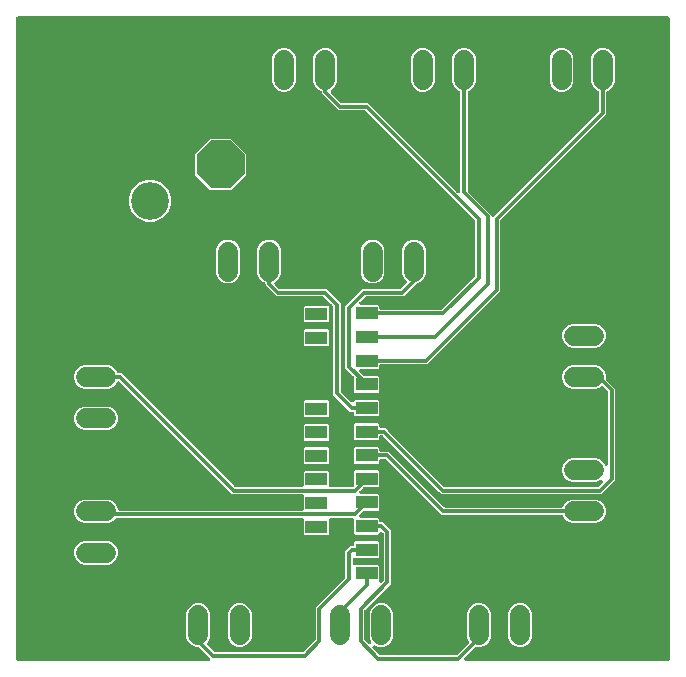
<source format=gbr>
G04 EAGLE Gerber RS-274X export*
G75*
%MOMM*%
%FSLAX34Y34*%
%LPD*%
%INBottom Copper*%
%IPPOS*%
%AMOC8*
5,1,8,0,0,1.08239X$1,22.5*%
G01*
%ADD10C,6.999988*%
%ADD11R,1.830000X1.120000*%
%ADD12P,4.346878X8X112.500000*%
%ADD13C,3.200400*%
%ADD14C,1.700000*%
%ADD15C,1.006400*%
%ADD16C,0.304800*%

G36*
X-115952Y-270369D02*
X-115952Y-270369D01*
X-115852Y-270367D01*
X-115780Y-270349D01*
X-115706Y-270340D01*
X-115611Y-270306D01*
X-115514Y-270282D01*
X-115448Y-270248D01*
X-115378Y-270223D01*
X-115293Y-270168D01*
X-115204Y-270122D01*
X-115147Y-270074D01*
X-115085Y-270034D01*
X-115015Y-269962D01*
X-114938Y-269896D01*
X-114894Y-269837D01*
X-114843Y-269783D01*
X-114791Y-269697D01*
X-114731Y-269616D01*
X-114702Y-269548D01*
X-114664Y-269484D01*
X-114633Y-269388D01*
X-114593Y-269296D01*
X-114580Y-269223D01*
X-114557Y-269152D01*
X-114549Y-269052D01*
X-114532Y-268953D01*
X-114535Y-268879D01*
X-114529Y-268805D01*
X-114544Y-268705D01*
X-114550Y-268605D01*
X-114570Y-268534D01*
X-114581Y-268460D01*
X-114618Y-268367D01*
X-114646Y-268270D01*
X-114682Y-268205D01*
X-114710Y-268136D01*
X-114767Y-268054D01*
X-114816Y-267966D01*
X-114881Y-267890D01*
X-114909Y-267850D01*
X-114935Y-267826D01*
X-114975Y-267780D01*
X-115635Y-267120D01*
X-123481Y-259274D01*
X-123580Y-259195D01*
X-123674Y-259111D01*
X-123716Y-259087D01*
X-123754Y-259057D01*
X-123868Y-259003D01*
X-123979Y-258942D01*
X-124025Y-258929D01*
X-124069Y-258908D01*
X-124192Y-258882D01*
X-124314Y-258847D01*
X-124375Y-258842D01*
X-124410Y-258835D01*
X-124458Y-258836D01*
X-124558Y-258828D01*
X-126634Y-258828D01*
X-130319Y-257301D01*
X-133139Y-254481D01*
X-134665Y-250797D01*
X-134665Y-229809D01*
X-133139Y-226124D01*
X-130319Y-223304D01*
X-126634Y-221778D01*
X-122646Y-221778D01*
X-118961Y-223304D01*
X-116142Y-226124D01*
X-114615Y-229809D01*
X-114615Y-250797D01*
X-116142Y-254481D01*
X-116819Y-255159D01*
X-116835Y-255179D01*
X-116855Y-255196D01*
X-116943Y-255315D01*
X-117035Y-255432D01*
X-117046Y-255455D01*
X-117062Y-255476D01*
X-117121Y-255612D01*
X-117184Y-255747D01*
X-117190Y-255772D01*
X-117200Y-255796D01*
X-117226Y-255942D01*
X-117258Y-256087D01*
X-117257Y-256113D01*
X-117262Y-256139D01*
X-117254Y-256288D01*
X-117252Y-256436D01*
X-117245Y-256461D01*
X-117244Y-256487D01*
X-117203Y-256630D01*
X-117167Y-256774D01*
X-117155Y-256797D01*
X-117147Y-256822D01*
X-117075Y-256952D01*
X-117007Y-257084D01*
X-116990Y-257104D01*
X-116977Y-257126D01*
X-116819Y-257313D01*
X-111323Y-262808D01*
X-111224Y-262887D01*
X-111131Y-262971D01*
X-111088Y-262995D01*
X-111050Y-263025D01*
X-110936Y-263079D01*
X-110825Y-263140D01*
X-110779Y-263153D01*
X-110735Y-263174D01*
X-110612Y-263200D01*
X-110490Y-263235D01*
X-110429Y-263239D01*
X-110395Y-263247D01*
X-110347Y-263246D01*
X-110246Y-263254D01*
X-36534Y-263254D01*
X-36408Y-263240D01*
X-36282Y-263233D01*
X-36236Y-263220D01*
X-36188Y-263214D01*
X-36069Y-263172D01*
X-35947Y-263137D01*
X-35905Y-263113D01*
X-35860Y-263097D01*
X-35753Y-263028D01*
X-35643Y-262966D01*
X-35597Y-262927D01*
X-35567Y-262908D01*
X-35533Y-262873D01*
X-35457Y-262808D01*
X-25635Y-252986D01*
X-25556Y-252887D01*
X-25472Y-252793D01*
X-25448Y-252751D01*
X-25418Y-252713D01*
X-25364Y-252599D01*
X-25303Y-252488D01*
X-25290Y-252442D01*
X-25269Y-252398D01*
X-25243Y-252275D01*
X-25208Y-252153D01*
X-25204Y-252092D01*
X-25196Y-252057D01*
X-25197Y-252009D01*
X-25189Y-251909D01*
X-25189Y-225040D01*
X-635Y-200486D01*
X-556Y-200387D01*
X-472Y-200293D01*
X-448Y-200251D01*
X-418Y-200213D01*
X-364Y-200099D01*
X-303Y-199988D01*
X-290Y-199942D01*
X-269Y-199898D01*
X-243Y-199775D01*
X-208Y-199653D01*
X-204Y-199592D01*
X-196Y-199557D01*
X-197Y-199509D01*
X-189Y-199409D01*
X-189Y-177490D01*
X2043Y-175258D01*
X4097Y-173204D01*
X5662Y-173204D01*
X5688Y-173201D01*
X5714Y-173203D01*
X5861Y-173181D01*
X6008Y-173164D01*
X6033Y-173155D01*
X6059Y-173152D01*
X6197Y-173097D01*
X6336Y-173047D01*
X6358Y-173033D01*
X6383Y-173023D01*
X6504Y-172938D01*
X6629Y-172858D01*
X6647Y-172839D01*
X6669Y-172824D01*
X6768Y-172714D01*
X6871Y-172607D01*
X6885Y-172585D01*
X6902Y-172565D01*
X6974Y-172435D01*
X7050Y-172308D01*
X7058Y-172283D01*
X7071Y-172260D01*
X7111Y-172117D01*
X7156Y-171976D01*
X7158Y-171950D01*
X7166Y-171925D01*
X7185Y-171681D01*
X7185Y-170021D01*
X8078Y-169128D01*
X27641Y-169128D01*
X28535Y-170021D01*
X28535Y-182484D01*
X27641Y-183378D01*
X7619Y-183378D01*
X7582Y-183369D01*
X7480Y-183371D01*
X7380Y-183363D01*
X7307Y-183374D01*
X7233Y-183375D01*
X7135Y-183400D01*
X7035Y-183415D01*
X6967Y-183442D01*
X6895Y-183460D01*
X6805Y-183506D01*
X6711Y-183543D01*
X6651Y-183585D01*
X6585Y-183619D01*
X6508Y-183685D01*
X6425Y-183742D01*
X6376Y-183797D01*
X6320Y-183845D01*
X6259Y-183926D01*
X6192Y-184001D01*
X6156Y-184066D01*
X6112Y-184125D01*
X6072Y-184218D01*
X6023Y-184306D01*
X6003Y-184377D01*
X5974Y-184445D01*
X5956Y-184544D01*
X5928Y-184642D01*
X5920Y-184741D01*
X5912Y-184788D01*
X5914Y-184824D01*
X5909Y-184885D01*
X5909Y-187670D01*
X5920Y-187771D01*
X5922Y-187872D01*
X5940Y-187944D01*
X5949Y-188017D01*
X5983Y-188112D01*
X6007Y-188210D01*
X6041Y-188275D01*
X6066Y-188345D01*
X6121Y-188430D01*
X6167Y-188520D01*
X6215Y-188576D01*
X6255Y-188638D01*
X6328Y-188708D01*
X6393Y-188785D01*
X6453Y-188829D01*
X6506Y-188880D01*
X6593Y-188932D01*
X6674Y-188992D01*
X6742Y-189021D01*
X6805Y-189059D01*
X6901Y-189089D01*
X6994Y-189129D01*
X7067Y-189142D01*
X7137Y-189165D01*
X7237Y-189173D01*
X7337Y-189191D01*
X7411Y-189187D01*
X7484Y-189193D01*
X7582Y-189178D01*
X27641Y-189178D01*
X28535Y-190071D01*
X28535Y-202639D01*
X28546Y-202739D01*
X28548Y-202839D01*
X28566Y-202911D01*
X28575Y-202985D01*
X28608Y-203080D01*
X28633Y-203177D01*
X28667Y-203243D01*
X28692Y-203313D01*
X28747Y-203398D01*
X28793Y-203487D01*
X28841Y-203544D01*
X28881Y-203606D01*
X28953Y-203676D01*
X29018Y-203753D01*
X29078Y-203797D01*
X29132Y-203848D01*
X29218Y-203900D01*
X29299Y-203960D01*
X29367Y-203989D01*
X29431Y-204027D01*
X29526Y-204058D01*
X29619Y-204098D01*
X29692Y-204111D01*
X29763Y-204134D01*
X29863Y-204142D01*
X29962Y-204159D01*
X30036Y-204156D01*
X30110Y-204161D01*
X30209Y-204147D01*
X30310Y-204141D01*
X30381Y-204121D01*
X30455Y-204110D01*
X30548Y-204073D01*
X30645Y-204045D01*
X30709Y-204009D01*
X30779Y-203981D01*
X30861Y-203924D01*
X30949Y-203875D01*
X31025Y-203810D01*
X31065Y-203782D01*
X31089Y-203756D01*
X31135Y-203716D01*
X31865Y-202986D01*
X31944Y-202887D01*
X32028Y-202793D01*
X32052Y-202751D01*
X32082Y-202713D01*
X32136Y-202599D01*
X32197Y-202488D01*
X32210Y-202442D01*
X32231Y-202398D01*
X32257Y-202275D01*
X32292Y-202153D01*
X32296Y-202092D01*
X32304Y-202057D01*
X32303Y-202009D01*
X32311Y-201909D01*
X32311Y-163197D01*
X32297Y-163071D01*
X32290Y-162945D01*
X32277Y-162898D01*
X32271Y-162850D01*
X32229Y-162732D01*
X32194Y-162610D01*
X32170Y-162568D01*
X32154Y-162522D01*
X32085Y-162416D01*
X32024Y-162306D01*
X31984Y-162260D01*
X31965Y-162230D01*
X31930Y-162196D01*
X31865Y-162120D01*
X31135Y-161390D01*
X31056Y-161327D01*
X30984Y-161257D01*
X30920Y-161219D01*
X30862Y-161173D01*
X30771Y-161130D01*
X30685Y-161078D01*
X30614Y-161056D01*
X30547Y-161024D01*
X30449Y-161003D01*
X30353Y-160972D01*
X30279Y-160966D01*
X30206Y-160951D01*
X30106Y-160952D01*
X30006Y-160944D01*
X29932Y-160955D01*
X29858Y-160957D01*
X29761Y-160981D01*
X29661Y-160996D01*
X29592Y-161023D01*
X29520Y-161042D01*
X29430Y-161088D01*
X29337Y-161125D01*
X29276Y-161167D01*
X29210Y-161201D01*
X29133Y-161266D01*
X29051Y-161324D01*
X29001Y-161379D01*
X28945Y-161427D01*
X28885Y-161508D01*
X28818Y-161582D01*
X28782Y-161648D01*
X28737Y-161707D01*
X28698Y-161799D01*
X28649Y-161887D01*
X28629Y-161959D01*
X28599Y-162027D01*
X28582Y-162126D01*
X28554Y-162223D01*
X28546Y-162323D01*
X28538Y-162370D01*
X28540Y-162406D01*
X28535Y-162467D01*
X28535Y-162484D01*
X27641Y-163378D01*
X8078Y-163378D01*
X7185Y-162484D01*
X7185Y-150875D01*
X7182Y-150849D01*
X7184Y-150823D01*
X7162Y-150676D01*
X7145Y-150529D01*
X7136Y-150504D01*
X7133Y-150478D01*
X7078Y-150340D01*
X7028Y-150201D01*
X7014Y-150178D01*
X7004Y-150154D01*
X6919Y-150033D01*
X6839Y-149908D01*
X6820Y-149889D01*
X6805Y-149868D01*
X6695Y-149769D01*
X6588Y-149666D01*
X6566Y-149652D01*
X6546Y-149635D01*
X6416Y-149563D01*
X6289Y-149487D01*
X6264Y-149479D01*
X6241Y-149466D01*
X6098Y-149426D01*
X5957Y-149380D01*
X5931Y-149378D01*
X5906Y-149371D01*
X5662Y-149352D01*
X-12442Y-149352D01*
X-12468Y-149355D01*
X-12494Y-149353D01*
X-12641Y-149375D01*
X-12788Y-149391D01*
X-12813Y-149400D01*
X-12839Y-149404D01*
X-12977Y-149459D01*
X-13116Y-149509D01*
X-13139Y-149523D01*
X-13163Y-149533D01*
X-13284Y-149617D01*
X-13409Y-149698D01*
X-13428Y-149717D01*
X-13449Y-149732D01*
X-13548Y-149842D01*
X-13651Y-149949D01*
X-13665Y-149971D01*
X-13682Y-149991D01*
X-13754Y-150121D01*
X-13830Y-150248D01*
X-13838Y-150273D01*
X-13851Y-150296D01*
X-13891Y-150439D01*
X-13936Y-150580D01*
X-13939Y-150606D01*
X-13946Y-150631D01*
X-13965Y-150875D01*
X-13965Y-162984D01*
X-14859Y-163878D01*
X-34422Y-163878D01*
X-35315Y-162984D01*
X-35315Y-150875D01*
X-35318Y-150849D01*
X-35316Y-150823D01*
X-35338Y-150676D01*
X-35355Y-150529D01*
X-35364Y-150504D01*
X-35367Y-150478D01*
X-35422Y-150340D01*
X-35472Y-150201D01*
X-35486Y-150178D01*
X-35496Y-150154D01*
X-35581Y-150033D01*
X-35661Y-149908D01*
X-35680Y-149889D01*
X-35695Y-149868D01*
X-35805Y-149769D01*
X-35912Y-149666D01*
X-35934Y-149652D01*
X-35954Y-149635D01*
X-36084Y-149563D01*
X-36211Y-149487D01*
X-36236Y-149479D01*
X-36259Y-149466D01*
X-36402Y-149426D01*
X-36543Y-149380D01*
X-36569Y-149378D01*
X-36594Y-149371D01*
X-36838Y-149352D01*
X-193381Y-149352D01*
X-193506Y-149366D01*
X-193633Y-149373D01*
X-193679Y-149386D01*
X-193727Y-149391D01*
X-193846Y-149434D01*
X-193967Y-149469D01*
X-194010Y-149493D01*
X-194055Y-149509D01*
X-194161Y-149578D01*
X-194272Y-149639D01*
X-194318Y-149679D01*
X-194348Y-149698D01*
X-194381Y-149733D01*
X-194458Y-149798D01*
X-196961Y-152301D01*
X-200646Y-153828D01*
X-221634Y-153828D01*
X-225319Y-152301D01*
X-228139Y-149481D01*
X-229665Y-145797D01*
X-229665Y-141809D01*
X-228139Y-138124D01*
X-225319Y-135304D01*
X-221634Y-133778D01*
X-200646Y-133778D01*
X-196961Y-135304D01*
X-194142Y-138124D01*
X-192608Y-141827D01*
X-192592Y-141930D01*
X-192575Y-142077D01*
X-192567Y-142102D01*
X-192563Y-142128D01*
X-192508Y-142266D01*
X-192458Y-142405D01*
X-192444Y-142427D01*
X-192434Y-142452D01*
X-192350Y-142573D01*
X-192269Y-142698D01*
X-192250Y-142716D01*
X-192235Y-142738D01*
X-192125Y-142837D01*
X-192018Y-142940D01*
X-191996Y-142954D01*
X-191976Y-142971D01*
X-191846Y-143043D01*
X-191719Y-143119D01*
X-191694Y-143127D01*
X-191671Y-143140D01*
X-191528Y-143180D01*
X-191387Y-143225D01*
X-191361Y-143227D01*
X-191336Y-143235D01*
X-191092Y-143254D01*
X-36838Y-143254D01*
X-36812Y-143251D01*
X-36786Y-143253D01*
X-36639Y-143231D01*
X-36492Y-143214D01*
X-36467Y-143205D01*
X-36441Y-143202D01*
X-36303Y-143147D01*
X-36164Y-143097D01*
X-36142Y-143083D01*
X-36117Y-143073D01*
X-35996Y-142988D01*
X-35871Y-142908D01*
X-35853Y-142889D01*
X-35831Y-142874D01*
X-35732Y-142764D01*
X-35629Y-142657D01*
X-35615Y-142635D01*
X-35598Y-142615D01*
X-35526Y-142485D01*
X-35450Y-142358D01*
X-35442Y-142333D01*
X-35429Y-142310D01*
X-35389Y-142167D01*
X-35344Y-142026D01*
X-35342Y-142000D01*
X-35334Y-141975D01*
X-35315Y-141731D01*
X-35315Y-130875D01*
X-35318Y-130849D01*
X-35316Y-130823D01*
X-35338Y-130676D01*
X-35355Y-130529D01*
X-35364Y-130504D01*
X-35367Y-130478D01*
X-35422Y-130340D01*
X-35472Y-130201D01*
X-35486Y-130178D01*
X-35496Y-130154D01*
X-35581Y-130033D01*
X-35661Y-129908D01*
X-35680Y-129889D01*
X-35695Y-129868D01*
X-35805Y-129769D01*
X-35912Y-129666D01*
X-35934Y-129652D01*
X-35954Y-129635D01*
X-36084Y-129563D01*
X-36211Y-129487D01*
X-36236Y-129479D01*
X-36259Y-129466D01*
X-36402Y-129426D01*
X-36543Y-129380D01*
X-36569Y-129378D01*
X-36594Y-129371D01*
X-36838Y-129352D01*
X-95903Y-129352D01*
X-98135Y-127120D01*
X-191177Y-34078D01*
X-191295Y-33984D01*
X-191409Y-33887D01*
X-191431Y-33876D01*
X-191450Y-33861D01*
X-191586Y-33797D01*
X-191720Y-33728D01*
X-191743Y-33722D01*
X-191765Y-33712D01*
X-191912Y-33681D01*
X-192058Y-33644D01*
X-192082Y-33644D01*
X-192106Y-33639D01*
X-192255Y-33641D01*
X-192406Y-33639D01*
X-192430Y-33644D01*
X-192454Y-33645D01*
X-192600Y-33681D01*
X-192747Y-33713D01*
X-192769Y-33724D01*
X-192792Y-33730D01*
X-192926Y-33799D01*
X-193061Y-33863D01*
X-193080Y-33878D01*
X-193102Y-33889D01*
X-193217Y-33987D01*
X-193334Y-34081D01*
X-193349Y-34100D01*
X-193367Y-34115D01*
X-193457Y-34236D01*
X-193550Y-34354D01*
X-193563Y-34380D01*
X-193574Y-34396D01*
X-193593Y-34439D01*
X-193661Y-34572D01*
X-194142Y-35731D01*
X-196961Y-38551D01*
X-200646Y-40078D01*
X-221634Y-40078D01*
X-225319Y-38551D01*
X-228139Y-35731D01*
X-229665Y-32047D01*
X-229665Y-28059D01*
X-228139Y-24374D01*
X-225319Y-21554D01*
X-221634Y-20028D01*
X-200646Y-20028D01*
X-196961Y-21554D01*
X-194142Y-24374D01*
X-193442Y-26064D01*
X-193405Y-26131D01*
X-193376Y-26202D01*
X-193320Y-26282D01*
X-193272Y-26368D01*
X-193221Y-26425D01*
X-193177Y-26488D01*
X-193104Y-26554D01*
X-193038Y-26627D01*
X-192975Y-26670D01*
X-192919Y-26721D01*
X-192832Y-26769D01*
X-192752Y-26825D01*
X-192681Y-26853D01*
X-192614Y-26890D01*
X-192519Y-26917D01*
X-192427Y-26953D01*
X-192352Y-26964D01*
X-192278Y-26985D01*
X-192129Y-26997D01*
X-192083Y-27003D01*
X-192063Y-27002D01*
X-192034Y-27004D01*
X-189627Y-27004D01*
X-93823Y-122808D01*
X-93724Y-122887D01*
X-93631Y-122971D01*
X-93588Y-122995D01*
X-93550Y-123025D01*
X-93436Y-123079D01*
X-93325Y-123140D01*
X-93279Y-123153D01*
X-93235Y-123174D01*
X-93112Y-123200D01*
X-92990Y-123235D01*
X-92929Y-123239D01*
X-92895Y-123247D01*
X-92847Y-123246D01*
X-92746Y-123254D01*
X-36838Y-123254D01*
X-36812Y-123251D01*
X-36786Y-123253D01*
X-36639Y-123231D01*
X-36492Y-123214D01*
X-36467Y-123205D01*
X-36441Y-123202D01*
X-36303Y-123147D01*
X-36164Y-123097D01*
X-36142Y-123083D01*
X-36117Y-123073D01*
X-35996Y-122988D01*
X-35871Y-122908D01*
X-35853Y-122889D01*
X-35831Y-122874D01*
X-35732Y-122764D01*
X-35629Y-122657D01*
X-35615Y-122635D01*
X-35598Y-122615D01*
X-35526Y-122485D01*
X-35450Y-122358D01*
X-35442Y-122333D01*
X-35429Y-122310D01*
X-35389Y-122167D01*
X-35344Y-122026D01*
X-35342Y-122000D01*
X-35334Y-121975D01*
X-35315Y-121731D01*
X-35315Y-110521D01*
X-34422Y-109628D01*
X-14859Y-109628D01*
X-13965Y-110521D01*
X-13965Y-121731D01*
X-13962Y-121757D01*
X-13964Y-121783D01*
X-13942Y-121930D01*
X-13925Y-122077D01*
X-13917Y-122102D01*
X-13913Y-122128D01*
X-13858Y-122266D01*
X-13808Y-122405D01*
X-13794Y-122427D01*
X-13784Y-122452D01*
X-13700Y-122573D01*
X-13619Y-122698D01*
X-13600Y-122716D01*
X-13585Y-122738D01*
X-13475Y-122837D01*
X-13368Y-122940D01*
X-13346Y-122954D01*
X-13326Y-122971D01*
X-13196Y-123043D01*
X-13069Y-123119D01*
X-13044Y-123127D01*
X-13021Y-123140D01*
X-12878Y-123180D01*
X-12737Y-123225D01*
X-12711Y-123227D01*
X-12686Y-123235D01*
X-12442Y-123254D01*
X5662Y-123254D01*
X5688Y-123251D01*
X5714Y-123253D01*
X5861Y-123231D01*
X6008Y-123214D01*
X6033Y-123205D01*
X6059Y-123202D01*
X6197Y-123147D01*
X6336Y-123097D01*
X6358Y-123083D01*
X6383Y-123073D01*
X6504Y-122988D01*
X6629Y-122908D01*
X6647Y-122889D01*
X6669Y-122874D01*
X6768Y-122764D01*
X6871Y-122657D01*
X6885Y-122635D01*
X6902Y-122615D01*
X6974Y-122485D01*
X7050Y-122358D01*
X7058Y-122333D01*
X7071Y-122310D01*
X7111Y-122167D01*
X7156Y-122026D01*
X7158Y-122000D01*
X7166Y-121975D01*
X7185Y-121731D01*
X7185Y-110021D01*
X8078Y-109128D01*
X27641Y-109128D01*
X28535Y-110021D01*
X28535Y-122484D01*
X27641Y-123378D01*
X15678Y-123378D01*
X15552Y-123392D01*
X15426Y-123399D01*
X15379Y-123412D01*
X15331Y-123417D01*
X15212Y-123460D01*
X15091Y-123495D01*
X15049Y-123519D01*
X15003Y-123535D01*
X14897Y-123604D01*
X14787Y-123665D01*
X14741Y-123705D01*
X14711Y-123724D01*
X14677Y-123759D01*
X14601Y-123824D01*
X11897Y-126528D01*
X11834Y-126606D01*
X11764Y-126679D01*
X11726Y-126743D01*
X11680Y-126801D01*
X11637Y-126892D01*
X11585Y-126978D01*
X11563Y-127049D01*
X11531Y-127116D01*
X11510Y-127214D01*
X11479Y-127310D01*
X11473Y-127384D01*
X11458Y-127457D01*
X11459Y-127557D01*
X11451Y-127657D01*
X11462Y-127731D01*
X11464Y-127805D01*
X11488Y-127902D01*
X11503Y-128002D01*
X11530Y-128071D01*
X11549Y-128143D01*
X11595Y-128232D01*
X11632Y-128326D01*
X11674Y-128387D01*
X11708Y-128453D01*
X11773Y-128529D01*
X11831Y-128612D01*
X11886Y-128662D01*
X11934Y-128718D01*
X12015Y-128778D01*
X12089Y-128845D01*
X12155Y-128881D01*
X12214Y-128925D01*
X12307Y-128965D01*
X12394Y-129014D01*
X12466Y-129034D01*
X12534Y-129063D01*
X12633Y-129081D01*
X12730Y-129109D01*
X12830Y-129117D01*
X12877Y-129125D01*
X12913Y-129123D01*
X12974Y-129128D01*
X27641Y-129128D01*
X28535Y-130021D01*
X28535Y-142484D01*
X27641Y-143378D01*
X15678Y-143378D01*
X15552Y-143392D01*
X15426Y-143399D01*
X15380Y-143412D01*
X15331Y-143417D01*
X15212Y-143460D01*
X15091Y-143495D01*
X15049Y-143519D01*
X15003Y-143535D01*
X14897Y-143604D01*
X14787Y-143665D01*
X14741Y-143705D01*
X14711Y-143724D01*
X14677Y-143759D01*
X14601Y-143824D01*
X11897Y-146528D01*
X11834Y-146606D01*
X11764Y-146679D01*
X11726Y-146743D01*
X11680Y-146801D01*
X11637Y-146892D01*
X11585Y-146978D01*
X11563Y-147049D01*
X11531Y-147116D01*
X11510Y-147214D01*
X11479Y-147310D01*
X11473Y-147384D01*
X11458Y-147457D01*
X11459Y-147557D01*
X11451Y-147657D01*
X11462Y-147731D01*
X11464Y-147805D01*
X11488Y-147902D01*
X11503Y-148002D01*
X11530Y-148071D01*
X11549Y-148143D01*
X11595Y-148232D01*
X11632Y-148326D01*
X11674Y-148387D01*
X11708Y-148453D01*
X11773Y-148529D01*
X11831Y-148612D01*
X11886Y-148662D01*
X11934Y-148718D01*
X12015Y-148778D01*
X12089Y-148845D01*
X12155Y-148881D01*
X12214Y-148925D01*
X12307Y-148965D01*
X12394Y-149014D01*
X12466Y-149034D01*
X12534Y-149063D01*
X12633Y-149081D01*
X12730Y-149109D01*
X12830Y-149117D01*
X12877Y-149125D01*
X12913Y-149123D01*
X12974Y-149128D01*
X27641Y-149128D01*
X28535Y-150021D01*
X28535Y-151681D01*
X28538Y-151707D01*
X28536Y-151733D01*
X28558Y-151880D01*
X28575Y-152027D01*
X28583Y-152052D01*
X28587Y-152078D01*
X28642Y-152216D01*
X28692Y-152355D01*
X28706Y-152377D01*
X28716Y-152402D01*
X28800Y-152523D01*
X28881Y-152648D01*
X28900Y-152666D01*
X28915Y-152688D01*
X29025Y-152787D01*
X29132Y-152890D01*
X29154Y-152904D01*
X29174Y-152921D01*
X29304Y-152993D01*
X29431Y-153069D01*
X29456Y-153077D01*
X29479Y-153090D01*
X29622Y-153130D01*
X29763Y-153175D01*
X29789Y-153177D01*
X29814Y-153185D01*
X30058Y-153204D01*
X31573Y-153204D01*
X38409Y-160040D01*
X38409Y-205066D01*
X16355Y-227120D01*
X16276Y-227219D01*
X16192Y-227312D01*
X16168Y-227355D01*
X16138Y-227393D01*
X16084Y-227507D01*
X16023Y-227617D01*
X16010Y-227664D01*
X15989Y-227708D01*
X15963Y-227831D01*
X15928Y-227953D01*
X15923Y-228014D01*
X15916Y-228048D01*
X15917Y-228096D01*
X15909Y-228197D01*
X15909Y-251909D01*
X15923Y-252035D01*
X15930Y-252161D01*
X15943Y-252207D01*
X15949Y-252255D01*
X15991Y-252374D01*
X16026Y-252496D01*
X16050Y-252538D01*
X16066Y-252583D01*
X16135Y-252690D01*
X16196Y-252800D01*
X16236Y-252846D01*
X16255Y-252876D01*
X16290Y-252910D01*
X16355Y-252986D01*
X19283Y-255914D01*
X19322Y-255945D01*
X19356Y-255983D01*
X19459Y-256054D01*
X19556Y-256131D01*
X19601Y-256152D01*
X19643Y-256181D01*
X19759Y-256227D01*
X19871Y-256280D01*
X19920Y-256290D01*
X19967Y-256309D01*
X20090Y-256327D01*
X20212Y-256353D01*
X20262Y-256352D01*
X20312Y-256360D01*
X20436Y-256349D01*
X20560Y-256347D01*
X20609Y-256335D01*
X20659Y-256331D01*
X20778Y-256292D01*
X20898Y-256262D01*
X20943Y-256239D01*
X20991Y-256224D01*
X21098Y-256159D01*
X21208Y-256103D01*
X21246Y-256070D01*
X21289Y-256044D01*
X21379Y-255957D01*
X21473Y-255877D01*
X21503Y-255836D01*
X21539Y-255801D01*
X21607Y-255696D01*
X21680Y-255596D01*
X21700Y-255550D01*
X21728Y-255508D01*
X21769Y-255391D01*
X21818Y-255276D01*
X21827Y-255227D01*
X21844Y-255179D01*
X21858Y-255056D01*
X21880Y-254933D01*
X21878Y-254883D01*
X21883Y-254833D01*
X21869Y-254709D01*
X21862Y-254585D01*
X21848Y-254537D01*
X21842Y-254487D01*
X21767Y-254254D01*
X20335Y-250797D01*
X20335Y-229809D01*
X21861Y-226124D01*
X24681Y-223304D01*
X28366Y-221778D01*
X32354Y-221778D01*
X36039Y-223304D01*
X38858Y-226124D01*
X40385Y-229809D01*
X40385Y-250797D01*
X38858Y-254481D01*
X36039Y-257301D01*
X32354Y-258828D01*
X28366Y-258828D01*
X24909Y-257396D01*
X24860Y-257382D01*
X24815Y-257360D01*
X24693Y-257334D01*
X24573Y-257300D01*
X24523Y-257297D01*
X24474Y-257287D01*
X24350Y-257289D01*
X24225Y-257283D01*
X24176Y-257292D01*
X24125Y-257293D01*
X24005Y-257323D01*
X23882Y-257345D01*
X23836Y-257366D01*
X23787Y-257378D01*
X23677Y-257435D01*
X23563Y-257484D01*
X23522Y-257514D01*
X23478Y-257537D01*
X23383Y-257618D01*
X23283Y-257692D01*
X23251Y-257731D01*
X23212Y-257763D01*
X23138Y-257863D01*
X23058Y-257958D01*
X23035Y-258003D01*
X23005Y-258044D01*
X22956Y-258158D01*
X22899Y-258269D01*
X22887Y-258317D01*
X22867Y-258364D01*
X22845Y-258486D01*
X22815Y-258607D01*
X22814Y-258657D01*
X22805Y-258707D01*
X22812Y-258831D01*
X22810Y-258955D01*
X22821Y-259004D01*
X22823Y-259055D01*
X22858Y-259174D01*
X22884Y-259296D01*
X22906Y-259341D01*
X22920Y-259390D01*
X22981Y-259498D01*
X23034Y-259610D01*
X23065Y-259650D01*
X23090Y-259694D01*
X23249Y-259880D01*
X28677Y-265308D01*
X28776Y-265387D01*
X28869Y-265471D01*
X28912Y-265495D01*
X28950Y-265525D01*
X29064Y-265579D01*
X29175Y-265640D01*
X29221Y-265653D01*
X29265Y-265674D01*
X29388Y-265700D01*
X29510Y-265735D01*
X29571Y-265739D01*
X29605Y-265747D01*
X29653Y-265746D01*
X29754Y-265754D01*
X93466Y-265754D01*
X93592Y-265740D01*
X93718Y-265733D01*
X93764Y-265720D01*
X93812Y-265714D01*
X93931Y-265672D01*
X94053Y-265637D01*
X94095Y-265613D01*
X94140Y-265597D01*
X94247Y-265528D01*
X94357Y-265466D01*
X94403Y-265427D01*
X94433Y-265408D01*
X94467Y-265373D01*
X94543Y-265308D01*
X103937Y-255914D01*
X103985Y-255854D01*
X104039Y-255801D01*
X104092Y-255718D01*
X104154Y-255641D01*
X104186Y-255572D01*
X104228Y-255508D01*
X104261Y-255415D01*
X104303Y-255326D01*
X104319Y-255252D01*
X104344Y-255179D01*
X104355Y-255081D01*
X104376Y-254985D01*
X104375Y-254909D01*
X104383Y-254833D01*
X104372Y-254735D01*
X104370Y-254637D01*
X104351Y-254563D01*
X104342Y-254487D01*
X104296Y-254345D01*
X104285Y-254299D01*
X104276Y-254282D01*
X104267Y-254254D01*
X102835Y-250797D01*
X102835Y-229809D01*
X104361Y-226124D01*
X107181Y-223304D01*
X110866Y-221778D01*
X114854Y-221778D01*
X118539Y-223304D01*
X121358Y-226124D01*
X122885Y-229809D01*
X122885Y-250797D01*
X121358Y-254481D01*
X118539Y-257301D01*
X114854Y-258828D01*
X110844Y-258828D01*
X110801Y-258809D01*
X110704Y-258791D01*
X110609Y-258764D01*
X110533Y-258761D01*
X110457Y-258747D01*
X110359Y-258752D01*
X110261Y-258747D01*
X110186Y-258761D01*
X110109Y-258765D01*
X110015Y-258792D01*
X109918Y-258810D01*
X109848Y-258840D01*
X109775Y-258862D01*
X109689Y-258910D01*
X109599Y-258949D01*
X109537Y-258994D01*
X109470Y-259032D01*
X109357Y-259128D01*
X109319Y-259157D01*
X109306Y-259171D01*
X109284Y-259190D01*
X100695Y-267780D01*
X100632Y-267858D01*
X100562Y-267931D01*
X100524Y-267995D01*
X100478Y-268053D01*
X100435Y-268144D01*
X100383Y-268230D01*
X100361Y-268301D01*
X100329Y-268368D01*
X100308Y-268466D01*
X100277Y-268562D01*
X100271Y-268636D01*
X100256Y-268709D01*
X100257Y-268809D01*
X100249Y-268909D01*
X100260Y-268983D01*
X100262Y-269057D01*
X100286Y-269154D01*
X100301Y-269254D01*
X100328Y-269323D01*
X100347Y-269395D01*
X100393Y-269484D01*
X100430Y-269578D01*
X100472Y-269639D01*
X100506Y-269705D01*
X100571Y-269781D01*
X100629Y-269864D01*
X100684Y-269914D01*
X100732Y-269970D01*
X100813Y-270030D01*
X100887Y-270097D01*
X100953Y-270133D01*
X101012Y-270177D01*
X101105Y-270217D01*
X101192Y-270266D01*
X101264Y-270286D01*
X101332Y-270315D01*
X101431Y-270333D01*
X101528Y-270361D01*
X101628Y-270369D01*
X101675Y-270377D01*
X101711Y-270375D01*
X101772Y-270380D01*
X272914Y-270380D01*
X272940Y-270377D01*
X272966Y-270379D01*
X273113Y-270357D01*
X273260Y-270340D01*
X273285Y-270331D01*
X273311Y-270328D01*
X273449Y-270273D01*
X273588Y-270223D01*
X273610Y-270209D01*
X273635Y-270199D01*
X273756Y-270114D01*
X273881Y-270034D01*
X273899Y-270015D01*
X273921Y-270000D01*
X274020Y-269890D01*
X274123Y-269783D01*
X274137Y-269761D01*
X274154Y-269741D01*
X274226Y-269611D01*
X274302Y-269484D01*
X274310Y-269459D01*
X274323Y-269436D01*
X274363Y-269293D01*
X274408Y-269152D01*
X274410Y-269126D01*
X274418Y-269101D01*
X274437Y-268857D01*
X274437Y273751D01*
X274434Y273777D01*
X274436Y273803D01*
X274414Y273950D01*
X274397Y274097D01*
X274388Y274122D01*
X274385Y274148D01*
X274330Y274286D01*
X274280Y274425D01*
X274266Y274448D01*
X274256Y274472D01*
X274171Y274593D01*
X274091Y274718D01*
X274072Y274737D01*
X274057Y274758D01*
X273947Y274857D01*
X273840Y274960D01*
X273818Y274974D01*
X273798Y274991D01*
X273668Y275063D01*
X273541Y275139D01*
X273516Y275147D01*
X273493Y275160D01*
X273350Y275200D01*
X273209Y275246D01*
X273183Y275248D01*
X273158Y275255D01*
X272914Y275274D01*
X-277194Y275274D01*
X-277220Y275271D01*
X-277246Y275273D01*
X-277393Y275251D01*
X-277540Y275235D01*
X-277565Y275226D01*
X-277591Y275222D01*
X-277729Y275167D01*
X-277868Y275117D01*
X-277891Y275103D01*
X-277915Y275093D01*
X-278036Y275009D01*
X-278161Y274928D01*
X-278180Y274909D01*
X-278201Y274894D01*
X-278300Y274784D01*
X-278403Y274677D01*
X-278417Y274655D01*
X-278434Y274635D01*
X-278506Y274505D01*
X-278582Y274378D01*
X-278590Y274353D01*
X-278603Y274330D01*
X-278643Y274187D01*
X-278688Y274046D01*
X-278691Y274020D01*
X-278698Y273995D01*
X-278717Y273751D01*
X-278717Y-268857D01*
X-278714Y-268883D01*
X-278716Y-268909D01*
X-278694Y-269056D01*
X-278677Y-269203D01*
X-278669Y-269228D01*
X-278665Y-269254D01*
X-278610Y-269392D01*
X-278560Y-269531D01*
X-278546Y-269553D01*
X-278536Y-269578D01*
X-278452Y-269699D01*
X-278371Y-269824D01*
X-278352Y-269842D01*
X-278337Y-269864D01*
X-278227Y-269963D01*
X-278120Y-270066D01*
X-278098Y-270080D01*
X-278078Y-270097D01*
X-277948Y-270169D01*
X-277821Y-270245D01*
X-277796Y-270253D01*
X-277773Y-270266D01*
X-277630Y-270306D01*
X-277489Y-270351D01*
X-277463Y-270353D01*
X-277438Y-270361D01*
X-277194Y-270380D01*
X-116052Y-270380D01*
X-115952Y-270369D01*
G37*
%LPC*%
G36*
X8078Y-43378D02*
X8078Y-43378D01*
X7185Y-42484D01*
X7185Y-30521D01*
X7171Y-30395D01*
X7164Y-30269D01*
X7151Y-30222D01*
X7145Y-30174D01*
X7103Y-30056D01*
X7068Y-29934D01*
X7044Y-29892D01*
X7028Y-29846D01*
X6959Y-29740D01*
X6898Y-29630D01*
X6858Y-29584D01*
X6839Y-29554D01*
X6804Y-29520D01*
X6739Y-29444D01*
X2043Y-24748D01*
X-189Y-22516D01*
X-189Y29960D01*
X11865Y42014D01*
X14097Y44246D01*
X45966Y44246D01*
X46092Y44260D01*
X46218Y44267D01*
X46264Y44280D01*
X46312Y44286D01*
X46431Y44328D01*
X46553Y44363D01*
X46595Y44387D01*
X46640Y44403D01*
X46747Y44472D01*
X46857Y44534D01*
X46903Y44573D01*
X46933Y44592D01*
X46967Y44627D01*
X47043Y44692D01*
X51538Y49187D01*
X51555Y49208D01*
X51575Y49225D01*
X51663Y49344D01*
X51755Y49460D01*
X51766Y49484D01*
X51782Y49505D01*
X51841Y49641D01*
X51904Y49775D01*
X51910Y49801D01*
X51920Y49825D01*
X51946Y49971D01*
X51977Y50116D01*
X51977Y50142D01*
X51982Y50168D01*
X51974Y50317D01*
X51971Y50464D01*
X51965Y50490D01*
X51964Y50516D01*
X51923Y50659D01*
X51886Y50802D01*
X51874Y50826D01*
X51867Y50851D01*
X51795Y50980D01*
X51727Y51112D01*
X51710Y51132D01*
X51697Y51155D01*
X51538Y51341D01*
X49361Y53519D01*
X47835Y57203D01*
X47835Y78191D01*
X49361Y81876D01*
X52181Y84696D01*
X55866Y86222D01*
X59854Y86222D01*
X63539Y84696D01*
X66358Y81876D01*
X67885Y78191D01*
X67885Y57203D01*
X66358Y53519D01*
X63539Y50699D01*
X60634Y49495D01*
X60632Y49494D01*
X60630Y49494D01*
X60477Y49408D01*
X60329Y49326D01*
X60328Y49325D01*
X60326Y49324D01*
X60139Y49165D01*
X58677Y47702D01*
X58676Y47702D01*
X49123Y38148D01*
X17254Y38148D01*
X17128Y38134D01*
X17002Y38127D01*
X16955Y38114D01*
X16907Y38109D01*
X16788Y38066D01*
X16667Y38031D01*
X16625Y38007D01*
X16579Y37991D01*
X16473Y37922D01*
X16363Y37861D01*
X16317Y37821D01*
X16287Y37802D01*
X16253Y37767D01*
X16177Y37702D01*
X11947Y33472D01*
X11884Y33394D01*
X11814Y33321D01*
X11776Y33257D01*
X11730Y33199D01*
X11687Y33108D01*
X11635Y33022D01*
X11613Y32951D01*
X11581Y32884D01*
X11560Y32786D01*
X11529Y32690D01*
X11523Y32616D01*
X11508Y32543D01*
X11509Y32443D01*
X11501Y32343D01*
X11512Y32269D01*
X11514Y32195D01*
X11538Y32098D01*
X11553Y31998D01*
X11580Y31929D01*
X11599Y31857D01*
X11645Y31768D01*
X11682Y31674D01*
X11724Y31613D01*
X11758Y31547D01*
X11823Y31471D01*
X11881Y31388D01*
X11936Y31338D01*
X11984Y31282D01*
X12065Y31222D01*
X12139Y31155D01*
X12205Y31119D01*
X12264Y31075D01*
X12357Y31035D01*
X12444Y30986D01*
X12516Y30966D01*
X12584Y30937D01*
X12683Y30919D01*
X12780Y30891D01*
X12880Y30883D01*
X12927Y30875D01*
X12963Y30877D01*
X13024Y30872D01*
X27641Y30872D01*
X28535Y29979D01*
X28535Y28319D01*
X28538Y28293D01*
X28536Y28267D01*
X28558Y28120D01*
X28575Y27973D01*
X28583Y27948D01*
X28587Y27922D01*
X28642Y27784D01*
X28692Y27645D01*
X28706Y27623D01*
X28716Y27598D01*
X28800Y27477D01*
X28881Y27352D01*
X28900Y27334D01*
X28915Y27312D01*
X29025Y27213D01*
X29132Y27110D01*
X29154Y27096D01*
X29174Y27079D01*
X29304Y27007D01*
X29431Y26931D01*
X29456Y26923D01*
X29479Y26910D01*
X29622Y26870D01*
X29763Y26825D01*
X29789Y26823D01*
X29814Y26815D01*
X30058Y26796D01*
X81016Y26796D01*
X81142Y26810D01*
X81268Y26817D01*
X81314Y26830D01*
X81362Y26836D01*
X81481Y26878D01*
X81603Y26913D01*
X81645Y26937D01*
X81690Y26953D01*
X81797Y27022D01*
X81907Y27084D01*
X81953Y27123D01*
X81983Y27142D01*
X82017Y27177D01*
X82093Y27242D01*
X109365Y54514D01*
X109444Y54613D01*
X109455Y54625D01*
X109497Y54669D01*
X109503Y54678D01*
X109528Y54707D01*
X109552Y54749D01*
X109582Y54787D01*
X109635Y54899D01*
X109676Y54968D01*
X109681Y54983D01*
X109697Y55012D01*
X109710Y55058D01*
X109731Y55102D01*
X109755Y55214D01*
X109782Y55300D01*
X109784Y55320D01*
X109792Y55347D01*
X109796Y55408D01*
X109804Y55443D01*
X109803Y55491D01*
X109811Y55591D01*
X109811Y101803D01*
X109797Y101929D01*
X109790Y102055D01*
X109777Y102102D01*
X109771Y102150D01*
X109729Y102269D01*
X109694Y102390D01*
X109670Y102432D01*
X109654Y102478D01*
X109585Y102584D01*
X109524Y102694D01*
X109484Y102740D01*
X109465Y102770D01*
X109430Y102804D01*
X109365Y102880D01*
X17043Y195202D01*
X16944Y195281D01*
X16850Y195365D01*
X16808Y195389D01*
X16770Y195419D01*
X16656Y195473D01*
X16545Y195534D01*
X16499Y195547D01*
X16455Y195568D01*
X16332Y195594D01*
X16210Y195629D01*
X16149Y195634D01*
X16114Y195641D01*
X16066Y195640D01*
X15966Y195648D01*
X-5903Y195648D01*
X-20189Y209934D01*
X-20189Y211091D01*
X-20198Y211167D01*
X-20196Y211244D01*
X-20217Y211340D01*
X-20229Y211438D01*
X-20254Y211510D01*
X-20271Y211584D01*
X-20313Y211673D01*
X-20346Y211766D01*
X-20388Y211830D01*
X-20421Y211899D01*
X-20482Y211976D01*
X-20535Y212059D01*
X-20590Y212112D01*
X-20638Y212171D01*
X-20715Y212232D01*
X-20786Y212301D01*
X-20851Y212340D01*
X-20911Y212387D01*
X-21045Y212455D01*
X-21085Y212480D01*
X-21103Y212485D01*
X-21129Y212499D01*
X-22819Y213199D01*
X-25639Y216019D01*
X-27165Y219703D01*
X-27165Y240691D01*
X-25639Y244376D01*
X-22819Y247196D01*
X-19134Y248722D01*
X-15146Y248722D01*
X-11461Y247196D01*
X-8642Y244376D01*
X-7115Y240691D01*
X-7115Y219703D01*
X-8642Y216019D01*
X-11461Y213199D01*
X-11737Y213084D01*
X-11868Y213011D01*
X-12002Y212942D01*
X-12021Y212927D01*
X-12042Y212915D01*
X-12153Y212814D01*
X-12268Y212717D01*
X-12282Y212697D01*
X-12300Y212681D01*
X-12385Y212557D01*
X-12475Y212436D01*
X-12484Y212414D01*
X-12498Y212394D01*
X-12553Y212254D01*
X-12613Y212116D01*
X-12617Y212093D01*
X-12626Y212070D01*
X-12648Y211921D01*
X-12675Y211773D01*
X-12673Y211749D01*
X-12677Y211725D01*
X-12664Y211575D01*
X-12657Y211425D01*
X-12650Y211402D01*
X-12648Y211378D01*
X-12602Y211235D01*
X-12560Y211090D01*
X-12548Y211069D01*
X-12541Y211046D01*
X-12463Y210917D01*
X-12390Y210786D01*
X-12371Y210764D01*
X-12361Y210748D01*
X-12328Y210714D01*
X-12231Y210600D01*
X-3823Y202192D01*
X-3724Y202113D01*
X-3631Y202029D01*
X-3588Y202005D01*
X-3550Y201975D01*
X-3436Y201921D01*
X-3325Y201860D01*
X-3279Y201847D01*
X-3235Y201826D01*
X-3112Y201800D01*
X-2990Y201765D01*
X-2929Y201761D01*
X-2895Y201753D01*
X-2847Y201754D01*
X-2746Y201746D01*
X19123Y201746D01*
X21355Y199514D01*
X94711Y126158D01*
X94789Y126095D01*
X94862Y126026D01*
X94926Y125987D01*
X94984Y125941D01*
X95075Y125898D01*
X95161Y125847D01*
X95232Y125824D01*
X95299Y125792D01*
X95397Y125771D01*
X95493Y125740D01*
X95567Y125735D01*
X95640Y125719D01*
X95740Y125721D01*
X95840Y125713D01*
X95914Y125724D01*
X95988Y125725D01*
X96085Y125749D01*
X96185Y125764D01*
X96254Y125792D01*
X96326Y125810D01*
X96415Y125856D01*
X96509Y125893D01*
X96570Y125935D01*
X96636Y125969D01*
X96712Y126035D01*
X96795Y126092D01*
X96845Y126147D01*
X96901Y126195D01*
X96961Y126276D01*
X97028Y126351D01*
X97064Y126416D01*
X97108Y126476D01*
X97148Y126568D01*
X97197Y126656D01*
X97217Y126727D01*
X97246Y126796D01*
X97264Y126894D01*
X97292Y126991D01*
X97300Y127091D01*
X97308Y127139D01*
X97306Y127174D01*
X97311Y127235D01*
X97311Y211091D01*
X97302Y211167D01*
X97304Y211244D01*
X97283Y211340D01*
X97271Y211438D01*
X97246Y211510D01*
X97229Y211584D01*
X97187Y211673D01*
X97154Y211766D01*
X97112Y211830D01*
X97079Y211899D01*
X97018Y211976D01*
X96965Y212059D01*
X96910Y212112D01*
X96862Y212171D01*
X96785Y212232D01*
X96714Y212301D01*
X96649Y212340D01*
X96589Y212387D01*
X96455Y212455D01*
X96415Y212480D01*
X96397Y212485D01*
X96371Y212499D01*
X94681Y213199D01*
X91861Y216019D01*
X90335Y219703D01*
X90335Y240691D01*
X91861Y244376D01*
X94681Y247196D01*
X98366Y248722D01*
X102354Y248722D01*
X106039Y247196D01*
X108858Y244376D01*
X110385Y240691D01*
X110385Y219703D01*
X108858Y216019D01*
X106039Y213199D01*
X104349Y212499D01*
X104282Y212462D01*
X104211Y212433D01*
X104130Y212377D01*
X104044Y212329D01*
X103988Y212278D01*
X103925Y212234D01*
X103859Y212161D01*
X103786Y212095D01*
X103743Y212032D01*
X103692Y211976D01*
X103644Y211889D01*
X103588Y211809D01*
X103560Y211738D01*
X103523Y211671D01*
X103496Y211576D01*
X103460Y211484D01*
X103449Y211409D01*
X103428Y211335D01*
X103416Y211186D01*
X103409Y211140D01*
X103411Y211121D01*
X103409Y211091D01*
X103409Y128091D01*
X103423Y127965D01*
X103430Y127839D01*
X103443Y127793D01*
X103449Y127745D01*
X103491Y127626D01*
X103526Y127504D01*
X103550Y127462D01*
X103566Y127417D01*
X103635Y127310D01*
X103696Y127200D01*
X103736Y127154D01*
X103755Y127124D01*
X103790Y127090D01*
X103855Y127014D01*
X123409Y107460D01*
X123409Y107235D01*
X123420Y107135D01*
X123422Y107035D01*
X123440Y106963D01*
X123449Y106889D01*
X123482Y106794D01*
X123507Y106697D01*
X123541Y106631D01*
X123566Y106561D01*
X123620Y106476D01*
X123666Y106387D01*
X123715Y106330D01*
X123755Y106268D01*
X123827Y106198D01*
X123892Y106121D01*
X123952Y106077D01*
X124006Y106026D01*
X124092Y105974D01*
X124173Y105914D01*
X124241Y105885D01*
X124305Y105847D01*
X124400Y105816D01*
X124493Y105776D01*
X124566Y105763D01*
X124637Y105740D01*
X124737Y105732D01*
X124836Y105715D01*
X124910Y105718D01*
X124984Y105713D01*
X125083Y105727D01*
X125184Y105733D01*
X125255Y105753D01*
X125329Y105764D01*
X125422Y105801D01*
X125519Y105829D01*
X125584Y105865D01*
X125653Y105893D01*
X125735Y105950D01*
X125823Y105999D01*
X125899Y106064D01*
X125939Y106092D01*
X125963Y106118D01*
X126009Y106158D01*
X214365Y194514D01*
X214444Y194613D01*
X214528Y194707D01*
X214552Y194749D01*
X214582Y194787D01*
X214636Y194901D01*
X214697Y195012D01*
X214710Y195058D01*
X214731Y195102D01*
X214757Y195225D01*
X214792Y195347D01*
X214796Y195408D01*
X214804Y195443D01*
X214803Y195491D01*
X214811Y195591D01*
X214811Y211091D01*
X214802Y211167D01*
X214804Y211244D01*
X214783Y211340D01*
X214771Y211438D01*
X214746Y211510D01*
X214729Y211584D01*
X214687Y211673D01*
X214654Y211766D01*
X214612Y211830D01*
X214579Y211899D01*
X214518Y211976D01*
X214465Y212059D01*
X214410Y212112D01*
X214362Y212171D01*
X214285Y212232D01*
X214214Y212301D01*
X214149Y212340D01*
X214089Y212387D01*
X213955Y212455D01*
X213915Y212480D01*
X213897Y212485D01*
X213871Y212499D01*
X212181Y213199D01*
X209361Y216019D01*
X207835Y219703D01*
X207835Y240691D01*
X209361Y244376D01*
X212181Y247196D01*
X215866Y248722D01*
X219854Y248722D01*
X223539Y247196D01*
X226358Y244376D01*
X227885Y240691D01*
X227885Y219703D01*
X226358Y216019D01*
X223539Y213199D01*
X221849Y212499D01*
X221782Y212462D01*
X221711Y212433D01*
X221630Y212377D01*
X221544Y212329D01*
X221488Y212278D01*
X221425Y212234D01*
X221359Y212161D01*
X221286Y212095D01*
X221243Y212032D01*
X221192Y211976D01*
X221144Y211889D01*
X221088Y211809D01*
X221060Y211738D01*
X221023Y211671D01*
X220996Y211576D01*
X220960Y211484D01*
X220949Y211409D01*
X220928Y211335D01*
X220916Y211186D01*
X220909Y211140D01*
X220911Y211121D01*
X220909Y211091D01*
X220909Y192434D01*
X131355Y102880D01*
X131276Y102781D01*
X131192Y102688D01*
X131168Y102645D01*
X131138Y102607D01*
X131084Y102493D01*
X131023Y102383D01*
X131010Y102336D01*
X130989Y102292D01*
X130963Y102169D01*
X130928Y102047D01*
X130923Y101986D01*
X130916Y101952D01*
X130917Y101904D01*
X130909Y101803D01*
X130909Y42434D01*
X128677Y40202D01*
X69173Y-19302D01*
X30058Y-19302D01*
X30032Y-19305D01*
X30006Y-19303D01*
X29859Y-19325D01*
X29712Y-19341D01*
X29687Y-19350D01*
X29661Y-19354D01*
X29523Y-19409D01*
X29384Y-19459D01*
X29361Y-19473D01*
X29337Y-19483D01*
X29216Y-19567D01*
X29091Y-19648D01*
X29072Y-19667D01*
X29051Y-19682D01*
X28952Y-19792D01*
X28849Y-19899D01*
X28835Y-19921D01*
X28818Y-19941D01*
X28746Y-20071D01*
X28670Y-20198D01*
X28662Y-20223D01*
X28649Y-20246D01*
X28609Y-20389D01*
X28564Y-20530D01*
X28561Y-20556D01*
X28554Y-20581D01*
X28535Y-20825D01*
X28535Y-22484D01*
X27641Y-23378D01*
X12974Y-23378D01*
X12874Y-23389D01*
X12773Y-23391D01*
X12701Y-23409D01*
X12627Y-23417D01*
X12533Y-23451D01*
X12435Y-23476D01*
X12369Y-23510D01*
X12299Y-23535D01*
X12215Y-23589D01*
X12126Y-23635D01*
X12069Y-23684D01*
X12007Y-23724D01*
X11937Y-23796D01*
X11860Y-23861D01*
X11816Y-23921D01*
X11764Y-23975D01*
X11713Y-24061D01*
X11653Y-24142D01*
X11624Y-24210D01*
X11585Y-24274D01*
X11555Y-24369D01*
X11515Y-24462D01*
X11502Y-24535D01*
X11479Y-24606D01*
X11471Y-24706D01*
X11453Y-24805D01*
X11457Y-24879D01*
X11451Y-24953D01*
X11466Y-25052D01*
X11471Y-25153D01*
X11492Y-25224D01*
X11503Y-25298D01*
X11540Y-25391D01*
X11568Y-25488D01*
X11604Y-25552D01*
X11632Y-25622D01*
X11689Y-25704D01*
X11738Y-25792D01*
X11803Y-25868D01*
X11831Y-25908D01*
X11857Y-25932D01*
X11897Y-25978D01*
X14601Y-28682D01*
X14700Y-28761D01*
X14793Y-28845D01*
X14836Y-28869D01*
X14874Y-28899D01*
X14988Y-28953D01*
X15098Y-29014D01*
X15145Y-29027D01*
X15189Y-29048D01*
X15312Y-29074D01*
X15434Y-29109D01*
X15495Y-29113D01*
X15529Y-29121D01*
X15577Y-29120D01*
X15678Y-29128D01*
X27641Y-29128D01*
X28535Y-30021D01*
X28535Y-42484D01*
X27641Y-43378D01*
X8078Y-43378D01*
G37*
%LPD*%
%LPC*%
G36*
X81597Y-129352D02*
X81597Y-129352D01*
X79365Y-127120D01*
X31993Y-79748D01*
X31894Y-79669D01*
X31800Y-79585D01*
X31758Y-79561D01*
X31720Y-79531D01*
X31606Y-79477D01*
X31495Y-79416D01*
X31449Y-79403D01*
X31405Y-79382D01*
X31282Y-79356D01*
X31160Y-79321D01*
X31099Y-79316D01*
X31064Y-79309D01*
X31016Y-79310D01*
X30916Y-79302D01*
X30058Y-79302D01*
X30032Y-79305D01*
X30006Y-79303D01*
X29859Y-79325D01*
X29712Y-79341D01*
X29687Y-79350D01*
X29661Y-79354D01*
X29523Y-79409D01*
X29384Y-79459D01*
X29361Y-79473D01*
X29337Y-79483D01*
X29216Y-79567D01*
X29091Y-79648D01*
X29072Y-79667D01*
X29051Y-79682D01*
X28952Y-79792D01*
X28849Y-79899D01*
X28835Y-79921D01*
X28818Y-79941D01*
X28746Y-80071D01*
X28670Y-80198D01*
X28662Y-80223D01*
X28649Y-80246D01*
X28609Y-80389D01*
X28564Y-80530D01*
X28561Y-80556D01*
X28554Y-80581D01*
X28535Y-80825D01*
X28535Y-82484D01*
X27641Y-83378D01*
X8078Y-83378D01*
X7185Y-82484D01*
X7185Y-70021D01*
X8078Y-69128D01*
X27641Y-69128D01*
X28535Y-70021D01*
X28535Y-71681D01*
X28538Y-71707D01*
X28536Y-71733D01*
X28558Y-71880D01*
X28575Y-72027D01*
X28583Y-72052D01*
X28587Y-72078D01*
X28642Y-72216D01*
X28692Y-72355D01*
X28706Y-72377D01*
X28716Y-72402D01*
X28800Y-72523D01*
X28881Y-72648D01*
X28900Y-72666D01*
X28915Y-72688D01*
X29025Y-72787D01*
X29132Y-72890D01*
X29154Y-72904D01*
X29174Y-72921D01*
X29304Y-72993D01*
X29431Y-73069D01*
X29456Y-73077D01*
X29479Y-73090D01*
X29622Y-73130D01*
X29763Y-73175D01*
X29789Y-73177D01*
X29814Y-73185D01*
X30058Y-73204D01*
X34073Y-73204D01*
X36305Y-75436D01*
X83677Y-122808D01*
X83776Y-122887D01*
X83869Y-122971D01*
X83912Y-122995D01*
X83950Y-123025D01*
X84064Y-123079D01*
X84174Y-123140D01*
X84221Y-123153D01*
X84265Y-123174D01*
X84388Y-123200D01*
X84510Y-123235D01*
X84571Y-123239D01*
X84605Y-123247D01*
X84653Y-123246D01*
X84754Y-123254D01*
X213466Y-123254D01*
X213592Y-123240D01*
X213718Y-123233D01*
X213764Y-123220D01*
X213812Y-123214D01*
X213931Y-123172D01*
X214053Y-123137D01*
X214095Y-123113D01*
X214140Y-123097D01*
X214247Y-123028D01*
X214357Y-122966D01*
X214403Y-122927D01*
X214433Y-122908D01*
X214467Y-122873D01*
X214543Y-122808D01*
X217471Y-119880D01*
X217503Y-119841D01*
X217540Y-119807D01*
X217611Y-119704D01*
X217688Y-119607D01*
X217709Y-119561D01*
X217738Y-119520D01*
X217784Y-119404D01*
X217837Y-119292D01*
X217847Y-119243D01*
X217866Y-119196D01*
X217884Y-119073D01*
X217910Y-118951D01*
X217909Y-118901D01*
X217917Y-118851D01*
X217906Y-118727D01*
X217904Y-118603D01*
X217892Y-118554D01*
X217888Y-118504D01*
X217850Y-118385D01*
X217819Y-118265D01*
X217796Y-118220D01*
X217781Y-118172D01*
X217716Y-118065D01*
X217660Y-117955D01*
X217627Y-117917D01*
X217601Y-117873D01*
X217514Y-117784D01*
X217434Y-117689D01*
X217393Y-117660D01*
X217358Y-117623D01*
X217254Y-117556D01*
X217153Y-117482D01*
X217107Y-117462D01*
X217065Y-117435D01*
X216948Y-117394D01*
X216833Y-117344D01*
X216784Y-117335D01*
X216736Y-117319D01*
X216613Y-117305D01*
X216490Y-117283D01*
X216440Y-117285D01*
X216390Y-117280D01*
X216266Y-117294D01*
X216142Y-117301D01*
X216094Y-117314D01*
X216044Y-117320D01*
X215811Y-117396D01*
X212354Y-118828D01*
X191366Y-118828D01*
X187681Y-117301D01*
X184861Y-114481D01*
X183335Y-110797D01*
X183335Y-106809D01*
X184861Y-103124D01*
X187681Y-100304D01*
X191366Y-98778D01*
X212354Y-98778D01*
X216039Y-100304D01*
X218858Y-103124D01*
X219381Y-104385D01*
X219405Y-104429D01*
X219422Y-104476D01*
X219490Y-104581D01*
X219550Y-104690D01*
X219584Y-104727D01*
X219611Y-104769D01*
X219701Y-104856D01*
X219784Y-104948D01*
X219826Y-104976D01*
X219862Y-105011D01*
X219968Y-105075D01*
X220071Y-105146D01*
X220118Y-105164D01*
X220161Y-105190D01*
X220279Y-105228D01*
X220395Y-105274D01*
X220445Y-105281D01*
X220493Y-105296D01*
X220617Y-105306D01*
X220740Y-105325D01*
X220790Y-105320D01*
X220840Y-105324D01*
X220963Y-105306D01*
X221087Y-105296D01*
X221135Y-105280D01*
X221185Y-105273D01*
X221300Y-105227D01*
X221419Y-105189D01*
X221462Y-105163D01*
X221509Y-105144D01*
X221611Y-105073D01*
X221717Y-105009D01*
X221754Y-104974D01*
X221795Y-104945D01*
X221878Y-104853D01*
X221967Y-104766D01*
X221995Y-104724D01*
X222028Y-104686D01*
X222088Y-104577D01*
X222156Y-104473D01*
X222172Y-104425D01*
X222197Y-104381D01*
X222231Y-104261D01*
X222272Y-104144D01*
X222278Y-104094D01*
X222292Y-104046D01*
X222311Y-103802D01*
X222311Y-42947D01*
X222297Y-42821D01*
X222290Y-42695D01*
X222277Y-42649D01*
X222271Y-42601D01*
X222229Y-42482D01*
X222194Y-42360D01*
X222170Y-42318D01*
X222154Y-42272D01*
X222085Y-42166D01*
X222024Y-42056D01*
X221984Y-42010D01*
X221965Y-41980D01*
X221930Y-41946D01*
X221865Y-41870D01*
X218370Y-38374D01*
X218349Y-38358D01*
X218332Y-38338D01*
X218213Y-38250D01*
X218097Y-38158D01*
X218073Y-38146D01*
X218052Y-38131D01*
X217915Y-38072D01*
X217782Y-38009D01*
X217756Y-38003D01*
X217732Y-37993D01*
X217585Y-37967D01*
X217441Y-37935D01*
X217415Y-37936D01*
X217389Y-37931D01*
X217240Y-37939D01*
X217093Y-37941D01*
X217067Y-37948D01*
X217041Y-37949D01*
X216898Y-37990D01*
X216755Y-38026D01*
X216731Y-38038D01*
X216706Y-38046D01*
X216577Y-38118D01*
X216445Y-38186D01*
X216425Y-38203D01*
X216402Y-38216D01*
X216216Y-38374D01*
X216038Y-38551D01*
X212354Y-40078D01*
X191366Y-40078D01*
X187681Y-38551D01*
X184861Y-35731D01*
X183335Y-32047D01*
X183335Y-28059D01*
X184861Y-24374D01*
X187681Y-21554D01*
X191366Y-20028D01*
X212354Y-20028D01*
X216039Y-21554D01*
X218858Y-24374D01*
X220385Y-28059D01*
X220385Y-31135D01*
X220399Y-31261D01*
X220406Y-31387D01*
X220419Y-31433D01*
X220425Y-31481D01*
X220467Y-31600D01*
X220502Y-31722D01*
X220526Y-31764D01*
X220542Y-31809D01*
X220611Y-31916D01*
X220672Y-32026D01*
X220712Y-32072D01*
X220731Y-32102D01*
X220766Y-32136D01*
X220831Y-32212D01*
X228409Y-39790D01*
X228409Y-42947D01*
X228409Y-117566D01*
X216623Y-129352D01*
X81597Y-129352D01*
G37*
%LPD*%
%LPC*%
G36*
X191366Y-153828D02*
X191366Y-153828D01*
X187681Y-152301D01*
X184861Y-149481D01*
X184162Y-147792D01*
X184124Y-147725D01*
X184096Y-147654D01*
X184040Y-147573D01*
X183992Y-147487D01*
X183941Y-147431D01*
X183897Y-147368D01*
X183824Y-147302D01*
X183758Y-147229D01*
X183695Y-147186D01*
X183638Y-147135D01*
X183552Y-147087D01*
X183471Y-147031D01*
X183400Y-147003D01*
X183333Y-146966D01*
X183239Y-146939D01*
X183147Y-146903D01*
X183072Y-146892D01*
X182998Y-146871D01*
X182849Y-146859D01*
X182802Y-146852D01*
X182783Y-146854D01*
X182754Y-146852D01*
X81597Y-146852D01*
X34493Y-99748D01*
X34394Y-99669D01*
X34300Y-99585D01*
X34258Y-99561D01*
X34220Y-99531D01*
X34106Y-99477D01*
X33995Y-99416D01*
X33949Y-99403D01*
X33905Y-99382D01*
X33782Y-99356D01*
X33660Y-99321D01*
X33599Y-99316D01*
X33564Y-99309D01*
X33516Y-99310D01*
X33416Y-99302D01*
X30058Y-99302D01*
X30032Y-99305D01*
X30006Y-99303D01*
X29859Y-99325D01*
X29712Y-99341D01*
X29687Y-99350D01*
X29661Y-99354D01*
X29523Y-99409D01*
X29384Y-99459D01*
X29361Y-99473D01*
X29337Y-99483D01*
X29216Y-99567D01*
X29091Y-99648D01*
X29072Y-99667D01*
X29051Y-99682D01*
X28952Y-99792D01*
X28849Y-99899D01*
X28835Y-99921D01*
X28818Y-99941D01*
X28746Y-100071D01*
X28670Y-100198D01*
X28662Y-100223D01*
X28649Y-100246D01*
X28609Y-100389D01*
X28564Y-100530D01*
X28561Y-100556D01*
X28554Y-100581D01*
X28535Y-100825D01*
X28535Y-102484D01*
X27641Y-103378D01*
X8078Y-103378D01*
X7185Y-102484D01*
X7185Y-90021D01*
X8078Y-89128D01*
X27641Y-89128D01*
X28535Y-90021D01*
X28535Y-91681D01*
X28538Y-91707D01*
X28536Y-91733D01*
X28558Y-91880D01*
X28575Y-92027D01*
X28583Y-92052D01*
X28587Y-92078D01*
X28642Y-92216D01*
X28692Y-92355D01*
X28706Y-92377D01*
X28716Y-92402D01*
X28800Y-92523D01*
X28881Y-92648D01*
X28900Y-92666D01*
X28915Y-92688D01*
X29025Y-92787D01*
X29132Y-92890D01*
X29154Y-92904D01*
X29174Y-92921D01*
X29304Y-92993D01*
X29431Y-93069D01*
X29456Y-93077D01*
X29479Y-93090D01*
X29622Y-93130D01*
X29763Y-93175D01*
X29789Y-93177D01*
X29814Y-93185D01*
X30058Y-93204D01*
X36573Y-93204D01*
X83677Y-140308D01*
X83776Y-140387D01*
X83869Y-140471D01*
X83912Y-140495D01*
X83950Y-140525D01*
X84064Y-140579D01*
X84175Y-140640D01*
X84221Y-140653D01*
X84265Y-140674D01*
X84388Y-140700D01*
X84510Y-140735D01*
X84571Y-140739D01*
X84605Y-140747D01*
X84653Y-140746D01*
X84754Y-140754D01*
X182754Y-140754D01*
X182830Y-140745D01*
X182907Y-140747D01*
X183003Y-140726D01*
X183100Y-140714D01*
X183172Y-140689D01*
X183247Y-140672D01*
X183336Y-140630D01*
X183429Y-140597D01*
X183493Y-140555D01*
X183562Y-140522D01*
X183639Y-140461D01*
X183721Y-140408D01*
X183775Y-140353D01*
X183834Y-140305D01*
X183895Y-140228D01*
X183964Y-140157D01*
X184003Y-140091D01*
X184050Y-140032D01*
X184118Y-139898D01*
X184142Y-139858D01*
X184148Y-139840D01*
X184162Y-139814D01*
X184861Y-138124D01*
X187681Y-135304D01*
X191366Y-133778D01*
X212354Y-133778D01*
X216039Y-135304D01*
X218858Y-138124D01*
X220385Y-141809D01*
X220385Y-145797D01*
X218858Y-149481D01*
X216039Y-152301D01*
X212354Y-153828D01*
X191366Y-153828D01*
G37*
%LPD*%
%LPC*%
G36*
X8078Y-63378D02*
X8078Y-63378D01*
X7185Y-62484D01*
X7185Y-60825D01*
X7182Y-60799D01*
X7184Y-60773D01*
X7162Y-60626D01*
X7145Y-60479D01*
X7136Y-60454D01*
X7133Y-60428D01*
X7078Y-60290D01*
X7028Y-60151D01*
X7014Y-60128D01*
X7004Y-60104D01*
X6919Y-59983D01*
X6839Y-59858D01*
X6820Y-59839D01*
X6805Y-59818D01*
X6695Y-59719D01*
X6588Y-59616D01*
X6566Y-59602D01*
X6546Y-59585D01*
X6416Y-59513D01*
X6289Y-59437D01*
X6264Y-59429D01*
X6241Y-59416D01*
X6098Y-59376D01*
X5957Y-59330D01*
X5931Y-59328D01*
X5906Y-59321D01*
X5662Y-59302D01*
X4047Y-59302D01*
X-10189Y-45066D01*
X-10189Y29303D01*
X-10203Y29429D01*
X-10210Y29555D01*
X-10223Y29602D01*
X-10229Y29650D01*
X-10271Y29768D01*
X-10306Y29890D01*
X-10330Y29932D01*
X-10346Y29978D01*
X-10415Y30084D01*
X-10476Y30194D01*
X-10516Y30240D01*
X-10535Y30270D01*
X-10570Y30304D01*
X-10635Y30380D01*
X-11365Y31110D01*
X-11444Y31173D01*
X-11516Y31243D01*
X-11580Y31281D01*
X-11638Y31327D01*
X-11729Y31370D01*
X-11815Y31422D01*
X-11886Y31444D01*
X-11953Y31476D01*
X-12051Y31497D01*
X-12147Y31528D01*
X-12221Y31534D01*
X-12294Y31549D01*
X-12394Y31548D01*
X-12494Y31556D01*
X-12568Y31545D01*
X-12642Y31543D01*
X-12739Y31519D01*
X-12837Y31504D01*
X-12832Y31529D01*
X-12809Y31600D01*
X-12801Y31700D01*
X-12784Y31799D01*
X-12787Y31873D01*
X-12781Y31947D01*
X-12796Y32047D01*
X-12802Y32147D01*
X-12822Y32218D01*
X-12833Y32292D01*
X-12870Y32385D01*
X-12898Y32482D01*
X-12934Y32547D01*
X-12962Y32616D01*
X-13019Y32698D01*
X-13068Y32786D01*
X-13133Y32862D01*
X-13161Y32902D01*
X-13187Y32926D01*
X-13227Y32972D01*
X-17957Y37702D01*
X-18056Y37781D01*
X-18150Y37865D01*
X-18192Y37889D01*
X-18230Y37919D01*
X-18344Y37973D01*
X-18455Y38034D01*
X-18501Y38047D01*
X-18545Y38068D01*
X-18668Y38094D01*
X-18790Y38129D01*
X-18851Y38134D01*
X-18886Y38141D01*
X-18934Y38140D01*
X-19034Y38148D01*
X-58403Y38148D01*
X-67689Y47434D01*
X-67689Y48591D01*
X-67698Y48667D01*
X-67696Y48744D01*
X-67717Y48840D01*
X-67729Y48938D01*
X-67754Y49010D01*
X-67771Y49084D01*
X-67813Y49173D01*
X-67846Y49266D01*
X-67888Y49330D01*
X-67921Y49399D01*
X-67982Y49476D01*
X-68035Y49559D01*
X-68090Y49612D01*
X-68138Y49671D01*
X-68215Y49732D01*
X-68286Y49801D01*
X-68351Y49840D01*
X-68411Y49887D01*
X-68545Y49955D01*
X-68585Y49980D01*
X-68603Y49985D01*
X-68629Y49999D01*
X-70319Y50699D01*
X-73139Y53519D01*
X-74665Y57203D01*
X-74665Y78191D01*
X-73139Y81876D01*
X-70319Y84696D01*
X-66634Y86222D01*
X-62646Y86222D01*
X-58961Y84696D01*
X-56142Y81876D01*
X-54615Y78191D01*
X-54615Y57203D01*
X-56142Y53519D01*
X-58961Y50699D01*
X-59237Y50584D01*
X-59369Y50511D01*
X-59502Y50442D01*
X-59521Y50427D01*
X-59542Y50415D01*
X-59653Y50314D01*
X-59768Y50217D01*
X-59782Y50197D01*
X-59800Y50181D01*
X-59885Y50058D01*
X-59975Y49936D01*
X-59984Y49914D01*
X-59998Y49894D01*
X-60053Y49754D01*
X-60113Y49616D01*
X-60117Y49593D01*
X-60126Y49570D01*
X-60148Y49421D01*
X-60174Y49273D01*
X-60173Y49249D01*
X-60177Y49225D01*
X-60164Y49075D01*
X-60157Y48925D01*
X-60150Y48902D01*
X-60148Y48878D01*
X-60102Y48735D01*
X-60060Y48590D01*
X-60048Y48569D01*
X-60041Y48546D01*
X-59963Y48417D01*
X-59890Y48286D01*
X-59871Y48264D01*
X-59861Y48248D01*
X-59828Y48214D01*
X-59731Y48100D01*
X-56323Y44692D01*
X-56224Y44613D01*
X-56131Y44529D01*
X-56088Y44505D01*
X-56050Y44475D01*
X-55936Y44421D01*
X-55825Y44360D01*
X-55779Y44347D01*
X-55735Y44326D01*
X-55612Y44300D01*
X-55490Y44265D01*
X-55429Y44261D01*
X-55395Y44253D01*
X-55347Y44254D01*
X-55246Y44246D01*
X-15877Y44246D01*
X-13645Y42014D01*
X-4091Y32460D01*
X-4091Y-41909D01*
X-4089Y-41928D01*
X-4090Y-41945D01*
X-4077Y-42036D01*
X-4070Y-42161D01*
X-4057Y-42207D01*
X-4051Y-42255D01*
X-4009Y-42374D01*
X-3974Y-42496D01*
X-3950Y-42538D01*
X-3934Y-42583D01*
X-3865Y-42690D01*
X-3804Y-42800D01*
X-3764Y-42846D01*
X-3745Y-42876D01*
X-3710Y-42910D01*
X-3645Y-42986D01*
X4585Y-51216D01*
X4663Y-51279D01*
X4736Y-51348D01*
X4800Y-51387D01*
X4858Y-51433D01*
X4949Y-51476D01*
X5035Y-51527D01*
X5106Y-51550D01*
X5173Y-51582D01*
X5271Y-51603D01*
X5367Y-51634D01*
X5441Y-51639D01*
X5514Y-51655D01*
X5614Y-51653D01*
X5714Y-51661D01*
X5788Y-51650D01*
X5862Y-51649D01*
X5959Y-51625D01*
X6059Y-51610D01*
X6128Y-51582D01*
X6200Y-51564D01*
X6289Y-51518D01*
X6383Y-51481D01*
X6444Y-51439D01*
X6510Y-51405D01*
X6586Y-51339D01*
X6669Y-51282D01*
X6719Y-51227D01*
X6775Y-51179D01*
X6835Y-51098D01*
X6902Y-51023D01*
X6938Y-50958D01*
X6982Y-50898D01*
X7022Y-50806D01*
X7071Y-50718D01*
X7091Y-50647D01*
X7120Y-50578D01*
X7138Y-50480D01*
X7166Y-50383D01*
X7174Y-50283D01*
X7182Y-50235D01*
X7180Y-50200D01*
X7185Y-50139D01*
X7185Y-50021D01*
X8078Y-49128D01*
X27641Y-49128D01*
X28535Y-50021D01*
X28535Y-62484D01*
X27641Y-63378D01*
X8078Y-63378D01*
G37*
%LPD*%
%LPC*%
G36*
X-114489Y128492D02*
X-114489Y128492D01*
X-127145Y141148D01*
X-127145Y159046D01*
X-114489Y171702D01*
X-96591Y171702D01*
X-83935Y159046D01*
X-83935Y141148D01*
X-96591Y128492D01*
X-114489Y128492D01*
G37*
%LPD*%
%LPC*%
G36*
X-169026Y101570D02*
X-169026Y101570D01*
X-175468Y104239D01*
X-180398Y109169D01*
X-183067Y115611D01*
X-183067Y122583D01*
X-180398Y129025D01*
X-175468Y133956D01*
X-169026Y136624D01*
X-162054Y136624D01*
X-155612Y133956D01*
X-150682Y129025D01*
X-148013Y122583D01*
X-148013Y115611D01*
X-150682Y109169D01*
X-155612Y104239D01*
X-162054Y101570D01*
X-169026Y101570D01*
G37*
%LPD*%
%LPC*%
G36*
X-54134Y211672D02*
X-54134Y211672D01*
X-57819Y213199D01*
X-60639Y216019D01*
X-62165Y219703D01*
X-62165Y240691D01*
X-60639Y244376D01*
X-57819Y247196D01*
X-54134Y248722D01*
X-50146Y248722D01*
X-46461Y247196D01*
X-43642Y244376D01*
X-42115Y240691D01*
X-42115Y219703D01*
X-43642Y216019D01*
X-46461Y213199D01*
X-50146Y211672D01*
X-54134Y211672D01*
G37*
%LPD*%
%LPC*%
G36*
X180866Y211672D02*
X180866Y211672D01*
X177181Y213199D01*
X174361Y216019D01*
X172835Y219703D01*
X172835Y240691D01*
X174361Y244376D01*
X177181Y247196D01*
X180866Y248722D01*
X184854Y248722D01*
X188539Y247196D01*
X191358Y244376D01*
X192885Y240691D01*
X192885Y219703D01*
X191358Y216019D01*
X188539Y213199D01*
X184854Y211672D01*
X180866Y211672D01*
G37*
%LPD*%
%LPC*%
G36*
X63366Y211672D02*
X63366Y211672D01*
X59681Y213199D01*
X56861Y216019D01*
X55335Y219703D01*
X55335Y240691D01*
X56861Y244376D01*
X59681Y247196D01*
X63366Y248722D01*
X67354Y248722D01*
X71039Y247196D01*
X73858Y244376D01*
X75385Y240691D01*
X75385Y219703D01*
X73858Y216019D01*
X71039Y213199D01*
X67354Y211672D01*
X63366Y211672D01*
G37*
%LPD*%
%LPC*%
G36*
X20866Y49172D02*
X20866Y49172D01*
X17181Y50699D01*
X14361Y53519D01*
X12835Y57203D01*
X12835Y78191D01*
X14361Y81876D01*
X17181Y84696D01*
X20866Y86222D01*
X24854Y86222D01*
X28539Y84696D01*
X31358Y81876D01*
X32885Y78191D01*
X32885Y57203D01*
X31358Y53519D01*
X28539Y50699D01*
X24854Y49172D01*
X20866Y49172D01*
G37*
%LPD*%
%LPC*%
G36*
X-101634Y49172D02*
X-101634Y49172D01*
X-105319Y50699D01*
X-108139Y53519D01*
X-109665Y57203D01*
X-109665Y78191D01*
X-108139Y81876D01*
X-105319Y84696D01*
X-101634Y86222D01*
X-97646Y86222D01*
X-93961Y84696D01*
X-91142Y81876D01*
X-89615Y78191D01*
X-89615Y57203D01*
X-91142Y53519D01*
X-93961Y50699D01*
X-97646Y49172D01*
X-101634Y49172D01*
G37*
%LPD*%
%LPC*%
G36*
X-221634Y-75078D02*
X-221634Y-75078D01*
X-225319Y-73551D01*
X-228139Y-70731D01*
X-229665Y-67047D01*
X-229665Y-63059D01*
X-228139Y-59374D01*
X-225319Y-56554D01*
X-221634Y-55028D01*
X-200646Y-55028D01*
X-196961Y-56554D01*
X-194142Y-59374D01*
X-192615Y-63059D01*
X-192615Y-67047D01*
X-194142Y-70731D01*
X-196961Y-73551D01*
X-200646Y-75078D01*
X-221634Y-75078D01*
G37*
%LPD*%
%LPC*%
G36*
X-221634Y-188828D02*
X-221634Y-188828D01*
X-225319Y-187301D01*
X-228139Y-184481D01*
X-229665Y-180797D01*
X-229665Y-176809D01*
X-228139Y-173124D01*
X-225319Y-170304D01*
X-221634Y-168778D01*
X-200646Y-168778D01*
X-196961Y-170304D01*
X-194142Y-173124D01*
X-192615Y-176809D01*
X-192615Y-180797D01*
X-194142Y-184481D01*
X-196961Y-187301D01*
X-200646Y-188828D01*
X-221634Y-188828D01*
G37*
%LPD*%
%LPC*%
G36*
X145866Y-258828D02*
X145866Y-258828D01*
X142181Y-257301D01*
X139361Y-254481D01*
X137835Y-250797D01*
X137835Y-229809D01*
X139361Y-226124D01*
X142181Y-223304D01*
X145866Y-221778D01*
X149854Y-221778D01*
X153539Y-223304D01*
X156358Y-226124D01*
X157885Y-229809D01*
X157885Y-250797D01*
X156358Y-254481D01*
X153539Y-257301D01*
X149854Y-258828D01*
X145866Y-258828D01*
G37*
%LPD*%
%LPC*%
G36*
X-91634Y-258828D02*
X-91634Y-258828D01*
X-95319Y-257301D01*
X-98139Y-254481D01*
X-99665Y-250797D01*
X-99665Y-229809D01*
X-98139Y-226124D01*
X-95319Y-223304D01*
X-91634Y-221778D01*
X-87646Y-221778D01*
X-83961Y-223304D01*
X-81142Y-226124D01*
X-79615Y-229809D01*
X-79615Y-250797D01*
X-81142Y-254481D01*
X-83961Y-257301D01*
X-87646Y-258828D01*
X-91634Y-258828D01*
G37*
%LPD*%
%LPC*%
G36*
X191366Y-5078D02*
X191366Y-5078D01*
X187681Y-3551D01*
X184861Y-732D01*
X183335Y2953D01*
X183335Y6941D01*
X184861Y10626D01*
X187681Y13446D01*
X191366Y14972D01*
X212354Y14972D01*
X216039Y13446D01*
X218858Y10626D01*
X220385Y6941D01*
X220385Y2953D01*
X218858Y-732D01*
X216039Y-3551D01*
X212354Y-5078D01*
X191366Y-5078D01*
G37*
%LPD*%
%LPC*%
G36*
X-34422Y16122D02*
X-34422Y16122D01*
X-35315Y17016D01*
X-35315Y29479D01*
X-34422Y30372D01*
X-14304Y30372D01*
X-14204Y30383D01*
X-14104Y30385D01*
X-14032Y30403D01*
X-13958Y30412D01*
X-13908Y30429D01*
X-13918Y30374D01*
X-13946Y30277D01*
X-13954Y30177D01*
X-13962Y30130D01*
X-13960Y30094D01*
X-13965Y30033D01*
X-13965Y17016D01*
X-14859Y16122D01*
X-34422Y16122D01*
G37*
%LPD*%
%LPC*%
G36*
X-34422Y-63878D02*
X-34422Y-63878D01*
X-35315Y-62984D01*
X-35315Y-50521D01*
X-34422Y-49628D01*
X-14859Y-49628D01*
X-13965Y-50521D01*
X-13965Y-62984D01*
X-14859Y-63878D01*
X-34422Y-63878D01*
G37*
%LPD*%
%LPC*%
G36*
X-34422Y-83878D02*
X-34422Y-83878D01*
X-35315Y-82984D01*
X-35315Y-70521D01*
X-34422Y-69628D01*
X-14859Y-69628D01*
X-13965Y-70521D01*
X-13965Y-82984D01*
X-14859Y-83878D01*
X-34422Y-83878D01*
G37*
%LPD*%
%LPC*%
G36*
X-34422Y-103878D02*
X-34422Y-103878D01*
X-35315Y-102984D01*
X-35315Y-90521D01*
X-34422Y-89628D01*
X-14859Y-89628D01*
X-13965Y-90521D01*
X-13965Y-102984D01*
X-14859Y-103878D01*
X-34422Y-103878D01*
G37*
%LPD*%
%LPC*%
G36*
X-34422Y-3878D02*
X-34422Y-3878D01*
X-35315Y-2984D01*
X-35315Y9479D01*
X-34422Y10372D01*
X-14859Y10372D01*
X-13965Y9479D01*
X-13965Y-2984D01*
X-14859Y-3878D01*
X-34422Y-3878D01*
G37*
%LPD*%
D10*
X-242140Y-233803D03*
X237860Y61197D03*
X-242140Y61197D03*
X237860Y-233803D03*
D11*
X17860Y-196303D03*
X17860Y-176253D03*
X17860Y-156253D03*
X17860Y-136253D03*
X17860Y-116253D03*
X17860Y-96253D03*
X17860Y-76253D03*
X17860Y-56253D03*
X17860Y-36253D03*
X17860Y-16253D03*
X17860Y3747D03*
X17860Y23747D03*
X-24640Y-196303D03*
X-24640Y-176753D03*
X-24640Y-156753D03*
X-24640Y-136753D03*
X-24640Y-116753D03*
X-24640Y-96753D03*
X-24640Y-76753D03*
X-24640Y-56753D03*
X-24640Y-36753D03*
X-24640Y-16753D03*
X-24640Y3247D03*
X-24640Y23247D03*
D12*
X-105540Y150097D03*
X-105540Y222097D03*
D13*
X-165540Y119097D03*
X-165540Y254097D03*
D14*
X-52140Y238697D02*
X-52140Y221697D01*
X-17140Y221697D02*
X-17140Y238697D01*
X17860Y238697D02*
X17860Y221697D01*
X65360Y221697D02*
X65360Y238697D01*
X100360Y238697D02*
X100360Y221697D01*
X135360Y221697D02*
X135360Y238697D01*
X182860Y238697D02*
X182860Y221697D01*
X217860Y221697D02*
X217860Y238697D01*
X252860Y238697D02*
X252860Y221697D01*
X22860Y76197D02*
X22860Y59197D01*
X57860Y59197D02*
X57860Y76197D01*
X92860Y76197D02*
X92860Y59197D01*
X-99640Y59197D02*
X-99640Y76197D01*
X-64640Y76197D02*
X-64640Y59197D01*
X-29640Y59197D02*
X-29640Y76197D01*
X193360Y4947D02*
X210360Y4947D01*
X210360Y-30053D02*
X193360Y-30053D01*
X193360Y-65053D02*
X210360Y-65053D01*
X210360Y-108803D02*
X193360Y-108803D01*
X193360Y-143803D02*
X210360Y-143803D01*
X210360Y-178803D02*
X193360Y-178803D01*
X-202640Y-65053D02*
X-219640Y-65053D01*
X-219640Y-30053D02*
X-202640Y-30053D01*
X-202640Y4947D02*
X-219640Y4947D01*
X-219640Y-178803D02*
X-202640Y-178803D01*
X-202640Y-143803D02*
X-219640Y-143803D01*
X-219640Y-108803D02*
X-202640Y-108803D01*
X147860Y-231803D02*
X147860Y-248803D01*
X112860Y-248803D02*
X112860Y-231803D01*
X77860Y-231803D02*
X77860Y-248803D01*
X-89640Y-248803D02*
X-89640Y-231803D01*
X-124640Y-231803D02*
X-124640Y-248803D01*
X-159640Y-248803D02*
X-159640Y-231803D01*
X30360Y-231803D02*
X30360Y-248803D01*
X-4640Y-248803D02*
X-4640Y-231803D01*
X-39640Y-231803D02*
X-39640Y-248803D01*
D15*
X102860Y-153803D03*
X127860Y-153803D03*
X115360Y-163803D03*
X125360Y-173803D03*
X105360Y-173803D03*
X125360Y-21303D03*
X112860Y-8803D03*
X125360Y-38803D03*
X110360Y-26303D03*
X95360Y-13803D03*
X100360Y1197D03*
X115360Y-51303D03*
X127860Y-63803D03*
X77860Y-26303D03*
X120360Y-113803D03*
X120360Y-98803D03*
X120360Y-81303D03*
D16*
X82910Y23747D02*
X17860Y23747D01*
X-17140Y211197D02*
X-17140Y230197D01*
X112860Y53697D02*
X82910Y23747D01*
X112860Y53697D02*
X112860Y103697D01*
X17860Y198697D01*
X-4640Y198697D01*
X-17140Y211197D01*
X17860Y3747D02*
X75410Y3747D01*
X120360Y106197D02*
X100360Y126197D01*
X100360Y230197D01*
X120360Y48697D02*
X75410Y3747D01*
X120360Y48697D02*
X120360Y106197D01*
X67910Y-16253D02*
X17860Y-16253D01*
X67910Y-16253D02*
X127860Y43697D01*
X127860Y103697D01*
X217860Y193697D02*
X217860Y230197D01*
X217860Y193697D02*
X127860Y103697D01*
X214360Y-30053D02*
X225360Y-41053D01*
X214360Y-30053D02*
X201860Y-30053D01*
X225360Y-41053D02*
X225360Y-116303D01*
X215360Y-126303D01*
X32810Y-76253D02*
X17860Y-76253D01*
X82860Y-126303D02*
X215360Y-126303D01*
X82860Y-126303D02*
X32810Y-76253D01*
X82860Y-143803D02*
X201860Y-143803D01*
X35310Y-96253D02*
X17860Y-96253D01*
X35310Y-96253D02*
X82860Y-143803D01*
X17860Y-116253D02*
X7810Y-126303D01*
X-94640Y-126303D02*
X-190890Y-30053D01*
X-211140Y-30053D01*
X-94640Y-126303D02*
X7810Y-126303D01*
X17860Y-136253D02*
X7810Y-146303D01*
X-208640Y-146303D02*
X-211140Y-143803D01*
X-208640Y-146303D02*
X7810Y-146303D01*
X17860Y-156253D02*
X30310Y-156253D01*
X35360Y-161303D01*
X12860Y-226303D02*
X12860Y-253803D01*
X27860Y-268803D01*
X112860Y-251303D02*
X112860Y-240303D01*
X35360Y-203803D02*
X35360Y-161303D01*
X35360Y-203803D02*
X12860Y-226303D01*
X27860Y-268803D02*
X95360Y-268803D01*
X112860Y-251303D01*
X-112140Y-266303D02*
X-124640Y-253803D01*
X-124640Y-240303D01*
X-34640Y-266303D02*
X-22140Y-253803D01*
X5360Y-176253D02*
X17860Y-176253D01*
X-34640Y-266303D02*
X-112140Y-266303D01*
X-22140Y-253803D02*
X-22140Y-226303D01*
X2860Y-201303D01*
X2860Y-178753D02*
X5360Y-176253D01*
X2860Y-178753D02*
X2860Y-201303D01*
X17860Y-196303D02*
X17860Y-206303D01*
X-4640Y-228803D01*
X-4640Y-240303D01*
X5310Y-56253D02*
X17860Y-56253D01*
X-57140Y41197D02*
X-64640Y48697D01*
X-64640Y67697D01*
X-7140Y-43803D02*
X5310Y-56253D01*
X-7140Y-43803D02*
X-7140Y31197D01*
X-17140Y41197D01*
X-57140Y41197D01*
X2860Y-21253D02*
X17860Y-36253D01*
X2860Y-21253D02*
X2860Y28697D01*
X15360Y41197D01*
X47860Y41197D02*
X57860Y51197D01*
X57860Y67697D01*
X47860Y41197D02*
X15360Y41197D01*
M02*

</source>
